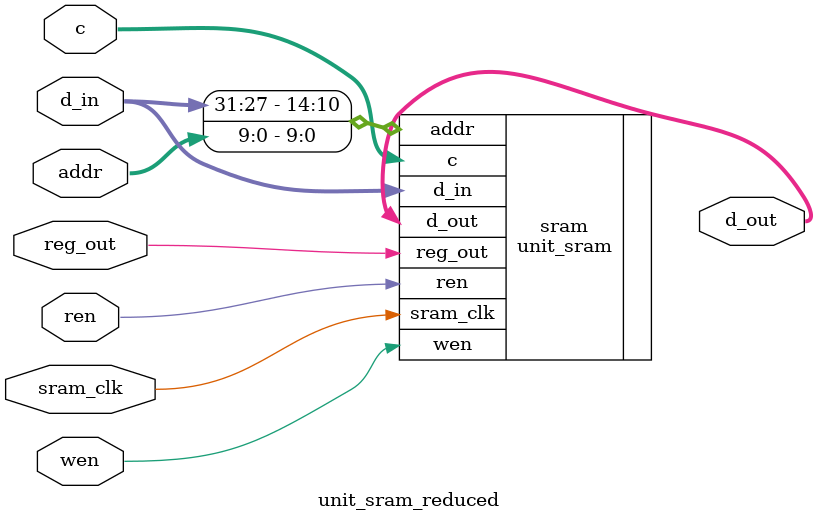
<source format=v>
`include "unit_sram.v"


// Ports:
// d_in : 32 bit bus with data integers
// addr : 10 bit address bus
//		for word widths > 1, d_in[31:27] used as 5 address MSBs
// sram_clk : SRAM clock. Inputs registered on posedge. R/W occurs on negedge
// wen : Write enable. Registers on posedge
// ren : Read enable. Registers on posedge
// reg_out : determined whether to direct registered or direct output to d_out (1 for registered)
// c : config bits. See below for mapping.
// d_out : output data port.

// config mapping:
//		000: 32 bit word, 10 LSB of address used
//		001: 16 bit word, 11 LSB of address used
//		010: 8 bit word, 12 LSB of address used
//		011: 4 bit word, 13 LSB of address used
//		100: 2 bit word, 14 LSB of address used
//		101: 1 bit word, 15 LSB of address used

module unit_sram_reduced (
		input sram_clk, wen, ren, reg_out,
		input [9:0] addr,
		input [31:0] d_in,
		input [2:0] c,

		output [31:0] d_out
	);

	unit_sram sram (
		.sram_clk(sram_clk),
		.wen(wen),
		.ren(ren),
		.d_in(d_in),
		.reg_out(reg_out),
		.addr({d_in[31:27],addr}),
		.c(c),
		.d_out(d_out)
	);

endmodule
</source>
